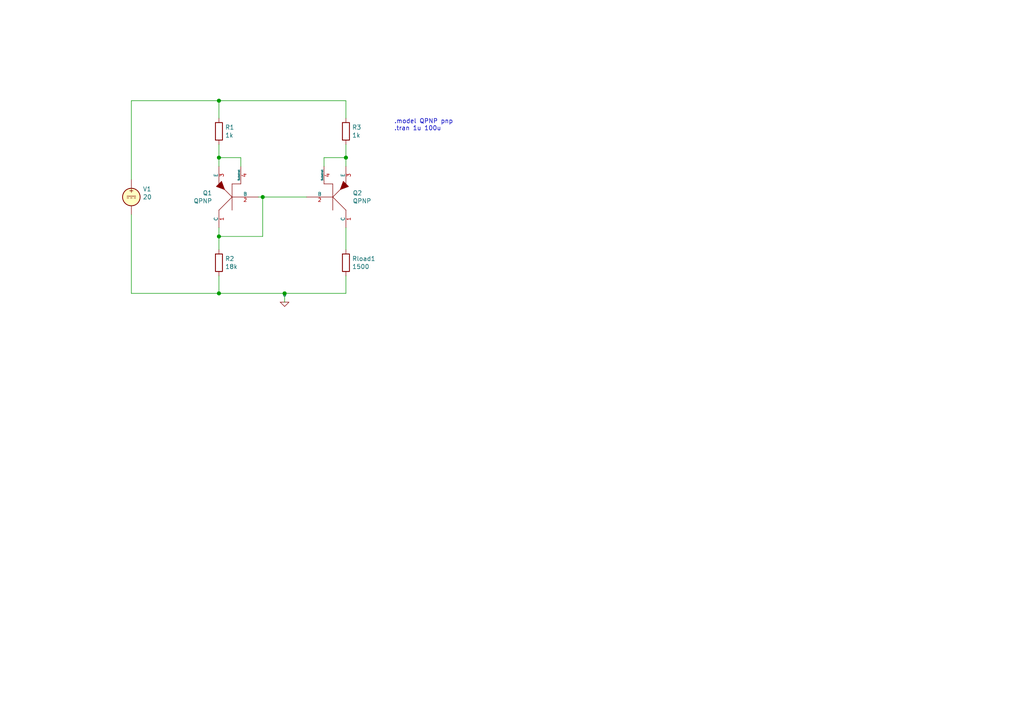
<source format=kicad_sch>
(kicad_sch (version 20210406) (generator eeschema)
  (paper "A4")
  (lib_symbols
    (symbol "Device:R" (pin_numbers hide) (pin_names (offset 0))
      (property "Reference" "R" (at 2.032 0 90))
      (property "Value" "R" (at 0 0 90))
      (symbol "R_0_1"
        (rectangle (start -1.016 -2.54) (end 1.016 2.54) (stroke (width 0.254)))
      )
      (symbol "R_1_1"
        (pin passive line (at 0 3.81 270) (length 1.27) (name "~") (number "1"))
        (pin passive line (at 0 -3.81 90) (length 1.27) (name "~") (number "2"))
      )
    )
    (symbol "Simulation_SPICE:VDC" (pin_numbers hide) (pin_names (offset 0.0254))
      (property "Reference" "V" (at 2.54 2.54 0))
      (property "Value" "VDC" (at 2.54 0 0))
      (property "Spice_Model" "dc(1)" (at 2.54 -2.54 0))
      (symbol "VDC_0_0"
        (text "+" (at 0 1.905 0) (effects (font (size 1.27 1.27))))
        (polyline (pts (xy -1.27 0.254) (xy 1.27 0.254)))
        (polyline (pts (xy -0.762 -0.254) (xy -1.27 -0.254)))
        (polyline (pts (xy 0.254 -0.254) (xy -0.254 -0.254)))
        (polyline (pts (xy 1.27 -0.254) (xy 0.762 -0.254)))
      )
      (symbol "VDC_0_1"
        (circle (center 0 0) (radius 2.54) (stroke (width 0.254)) (fill (type background)))
      )
      (symbol "VDC_1_1"
        (pin passive line (at 0 5.08 270) (length 2.54) (name "~") (number "1"))
        (pin passive line (at 0 -5.08 90) (length 2.54) (name "~") (number "2"))
      )
    )
    (symbol "pspice:0" (power) (pin_names (offset 0))
      (property "Value" "0" (at 0 -1.778 0))
      (symbol "0_0_1"
        (polyline (pts (xy -1.27 0) (xy 0 -1.27) (xy 1.27 0) (xy -1.27 0)))
      )
      (symbol "0_1_1"
        (pin power_in line (at 0 0 0) (length 0) hide (name "0") (number "1"))
      )
    )
    (symbol "pspice:QPNP" (pin_names (offset 0))
      (property "Reference" "Q" (at -2.54 7.62 0))
      (property "Value" "QPNP" (at -2.54 5.08 0))
      (symbol "QPNP_0_1"
        (polyline (pts (xy 0 -3.81) (xy 0 3.81)))
        (polyline (pts (xy 0 0) (xy 3.81 -3.81)))
        (polyline (pts (xy 0 0) (xy 3.81 3.81)))
        (polyline (pts (xy -2.54 -3.81) (xy 0 -3.81) (xy 0 -3.81)))
        (polyline (pts (xy 3.048 -4.572) (xy 4.572 -3.048) (xy 2.159 -2.159) (xy 3.048 -4.572)) (fill (type outline)))
      )
      (symbol "QPNP_1_1"
        (pin open_collector line (at 3.81 8.89 270) (length 5.08) (name "C") (number "1"))
        (pin input line (at -7.62 0 0) (length 7.62) (name "B") (number "2"))
        (pin open_emitter line (at 3.81 -8.89 90) (length 5.08) (name "E") (number "3"))
        (pin input line (at -2.54 -8.89 90) (length 5.08) (name "Substrat") (number "4"))
      )
    )
  )
  (junction (at 63.5 29.21) (diameter 1.016))
  (junction (at 63.5 45.72) (diameter 1.016))
  (junction (at 63.5 68.58) (diameter 1.016))
  (junction (at 63.5 85.09) (diameter 1.016))
  (junction (at 76.2 57.15) (diameter 1.016))
  (junction (at 82.55 85.09) (diameter 1.016))
  (junction (at 100.33 45.72) (diameter 1.016))
  (wire (pts (xy 38.1 29.21) (xy 38.1 52.07)))
  (wire (pts (xy 38.1 62.23) (xy 38.1 85.09)))
  (wire (pts (xy 38.1 85.09) (xy 63.5 85.09)))
  (wire (pts (xy 63.5 29.21) (xy 38.1 29.21)))
  (wire (pts (xy 63.5 34.29) (xy 63.5 29.21)))
  (wire (pts (xy 63.5 41.91) (xy 63.5 45.72)))
  (wire (pts (xy 63.5 45.72) (xy 63.5 48.26)))
  (wire (pts (xy 63.5 45.72) (xy 69.85 45.72)))
  (wire (pts (xy 63.5 68.58) (xy 63.5 66.04)))
  (wire (pts (xy 63.5 68.58) (xy 63.5 72.39)))
  (wire (pts (xy 63.5 80.01) (xy 63.5 85.09)))
  (wire (pts (xy 63.5 85.09) (xy 82.55 85.09)))
  (wire (pts (xy 69.85 45.72) (xy 69.85 48.26)))
  (wire (pts (xy 74.93 57.15) (xy 76.2 57.15)))
  (wire (pts (xy 76.2 57.15) (xy 76.2 68.58)))
  (wire (pts (xy 76.2 57.15) (xy 88.9 57.15)))
  (wire (pts (xy 76.2 68.58) (xy 63.5 68.58)))
  (wire (pts (xy 82.55 85.09) (xy 100.33 85.09)))
  (wire (pts (xy 82.55 87.63) (xy 82.55 85.09)))
  (wire (pts (xy 93.98 45.72) (xy 100.33 45.72)))
  (wire (pts (xy 93.98 48.26) (xy 93.98 45.72)))
  (wire (pts (xy 100.33 29.21) (xy 63.5 29.21)))
  (wire (pts (xy 100.33 34.29) (xy 100.33 29.21)))
  (wire (pts (xy 100.33 45.72) (xy 100.33 41.91)))
  (wire (pts (xy 100.33 45.72) (xy 100.33 48.26)))
  (wire (pts (xy 100.33 72.39) (xy 100.33 66.04)))
  (wire (pts (xy 100.33 85.09) (xy 100.33 80.01)))
  (text ".model QPNP pnp\n.tran 1u 100u\n" (at 114.3 38.1 0) (effects (font (size 1.27 1.27)) (justify left bottom)))
  (symbol (lib_id "pspice:0") (at 82.55 87.63 0) (unit 1)
    (property "Reference" "#GND01" (effects hide))
    (property "Value" "0" (at 82.55 85.3694 0))
  )
  (symbol (lib_id "Device:R") (at 63.5 38.1 0) (unit 1)
    (property "Reference" "R1" (at 65.278 36.9316 0) (effects (justify left)))
    (property "Value" "1k" (at 65.278 39.243 0) (effects (justify left)))
  )
  (symbol (lib_id "Device:R") (at 63.5 76.2 0) (unit 1)
    (property "Reference" "R2" (at 65.278 75.0316 0) (effects (justify left)))
    (property "Value" "18k" (at 65.278 77.343 0) (effects (justify left)))
  )
  (symbol (lib_id "Device:R") (at 100.33 38.1 0) (unit 1)
    (property "Reference" "R3" (at 102.108 36.9316 0) (effects (justify left)))
    (property "Value" "1k" (at 102.108 39.243 0) (effects (justify left)))
  )
  (symbol (lib_id "Device:R") (at 100.33 76.2 0) (unit 1)
    (property "Reference" "Rload1" (at 102.108 75.0316 0) (effects (justify left)))
    (property "Value" "1500" (at 102.108 77.343 0) (effects (justify left)))
  )
  (symbol (lib_id "Simulation_SPICE:VDC") (at 38.1 57.15 0) (unit 1)
    (property "Reference" "V1" (at 41.402 54.8386 0) (effects (justify left)))
    (property "Value" "VDC" (at 41.402 57.15 0) (effects (justify left)))
    (property "Spice_Netlist_Enabled" "Y" (effects hide))
    (property "Spice_Primitive" "V" (effects hide))
    (property "Spice_Model" "dc(20)" (at 41.402 59.4614 0) (effects (justify left)))
  )
  (symbol (lib_id "pspice:QPNP") (at 67.31 57.15 180) (unit 1)
    (property "Reference" "Q1" (at 61.5442 55.9816 0) (effects (justify left)))
    (property "Value" "QPNP" (at 61.5442 58.293 0) (effects (justify left)))
  )
  (symbol (lib_id "pspice:QPNP") (at 96.52 57.15 0) (mirror x) (unit 1)
    (property "Reference" "Q2" (at 102.2858 55.9816 0) (effects (justify left)))
    (property "Value" "QPNP" (at 102.2858 58.293 0) (effects (justify left)))
  )
)
</source>
